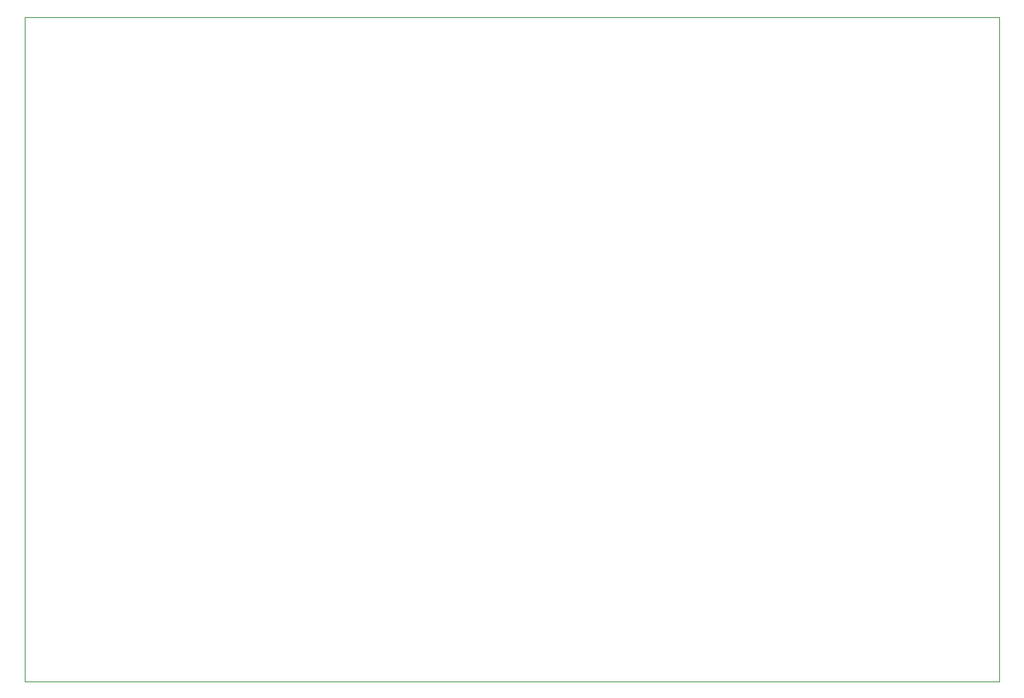
<source format=gbr>
G04 #@! TF.GenerationSoftware,KiCad,Pcbnew,(5.1.2-1)-1*
G04 #@! TF.CreationDate,2019-10-26T01:05:44+01:00*
G04 #@! TF.ProjectId,A500 14Mhz Accelerator,41353030-2031-4344-9d68-7a2041636365,rev?*
G04 #@! TF.SameCoordinates,Original*
G04 #@! TF.FileFunction,Profile,NP*
%FSLAX46Y46*%
G04 Gerber Fmt 4.6, Leading zero omitted, Abs format (unit mm)*
G04 Created by KiCad (PCBNEW (5.1.2-1)-1) date 2019-10-26 01:05:44*
%MOMM*%
%LPD*%
G04 APERTURE LIST*
%ADD10C,0.050000*%
G04 APERTURE END LIST*
D10*
X195000000Y-160000000D02*
X175000000Y-160000000D01*
X195000000Y-110000000D02*
X195000000Y-160000000D01*
X195000000Y-85000000D02*
X195000000Y-110000000D01*
X97000000Y-85000000D02*
X195000000Y-85000000D01*
X85000000Y-160000000D02*
X175000000Y-160000000D01*
X85000000Y-99000000D02*
X85000000Y-160000000D01*
X85000000Y-90000000D02*
X85000000Y-99000000D01*
X85000000Y-85000000D02*
X97000000Y-85000000D01*
X85000000Y-90000000D02*
X85000000Y-85000000D01*
M02*

</source>
